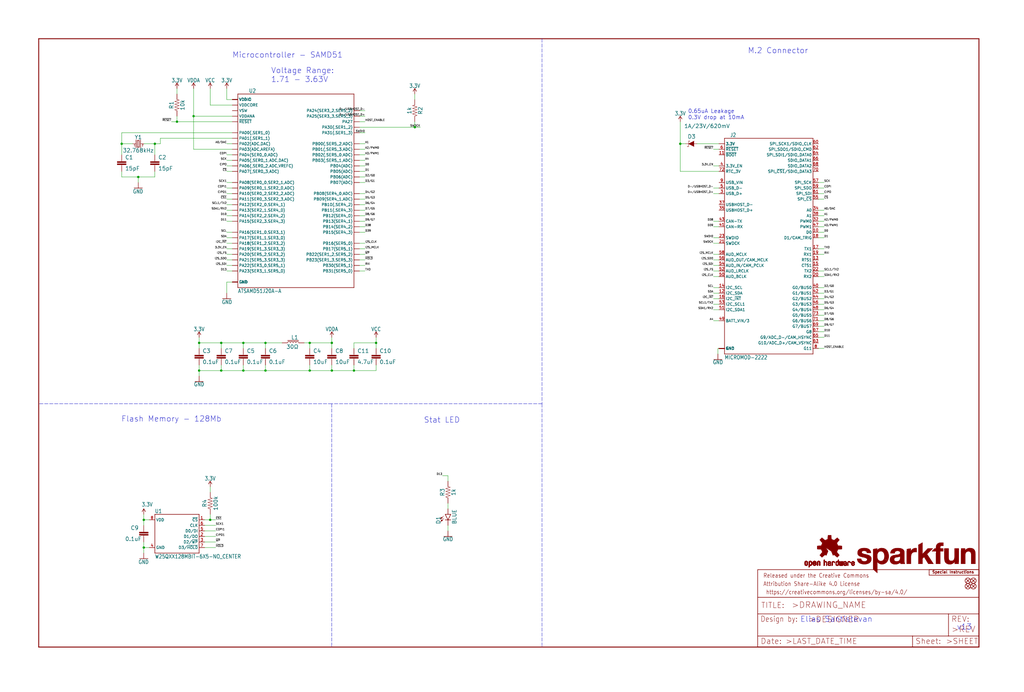
<source format=kicad_sch>
(kicad_sch (version 20211123) (generator eeschema)
  (paper "User" 470.306 317.906)
  (lib_symbols
    (symbol "eagleSchem-eagle-import:0.1UF-0402T-10V-10%-X7R"
      (property "Reference" "C" (at 1.524 2.921 0))
      (property "Value" "0.1UF-0402T-10V-10%-X7R" (at 1.524 -2.159 0))
      (symbol "0.1UF-0402T-10V-10%-X7R_1_0"
        (pin passive line (at 0 5.08 270) (length 2.54) (name "1") (number "1"))
        (pin passive line (at 0 -2.54 90) (length 2.54) (name "2") (number "2"))
      )
    )
    (symbol "eagleSchem-eagle-import:100KOHM-0402T-1{slash}16W-1%"
      (property "Reference" "R" (at 0 1.524 0))
      (property "Value" "100KOHM-0402T-1{slash}16W-1%" (at 0 -1.524 0))
      (symbol "100KOHM-0402T-1{slash}16W-1%_1_0"
        (pin passive line (at -5.08 0 0) (length 2.54) (name "1") (number "1"))
        (pin passive line (at 5.08 0 180) (length 2.54) (name "2") (number "2"))
      )
    )
    (symbol "eagleSchem-eagle-import:10KOHM-0402T-1{slash}16W-1%"
      (property "Reference" "R" (at 0 1.524 0))
      (property "Value" "10KOHM-0402T-1{slash}16W-1%" (at 0 -1.524 0))
      (symbol "10KOHM-0402T-1{slash}16W-1%_1_0"
        (pin passive line (at -5.08 0 0) (length 2.54) (name "1") (number "1"))
        (pin passive line (at 5.08 0 180) (length 2.54) (name "2") (number "2"))
      )
    )
    (symbol "eagleSchem-eagle-import:10UF-0402T-6.3V-20%"
      (property "Reference" "C" (at 1.524 2.921 0))
      (property "Value" "10UF-0402T-6.3V-20%" (at 1.524 -2.159 0))
      (symbol "10UF-0402T-6.3V-20%_1_0"
        (pin passive line (at 0 5.08 270) (length 2.54) (name "1") (number "1"))
        (pin passive line (at 0 -2.54 90) (length 2.54) (name "2") (number "2"))
      )
    )
    (symbol "eagleSchem-eagle-import:15PF-0402T-50V-5%"
      (property "Reference" "C" (at 1.524 2.921 0))
      (property "Value" "15PF-0402T-50V-5%" (at 1.524 -2.159 0))
      (symbol "15PF-0402T-50V-5%_1_0"
        (pin passive line (at 0 5.08 270) (length 2.54) (name "1") (number "1"))
        (pin passive line (at 0 -2.54 90) (length 2.54) (name "2") (number "2"))
      )
    )
    (symbol "eagleSchem-eagle-import:1KOHM-0402T-1{slash}16W-1%"
      (property "Reference" "R" (at 0 1.524 0))
      (property "Value" "1KOHM-0402T-1{slash}16W-1%" (at 0 -1.524 0))
      (symbol "1KOHM-0402T-1{slash}16W-1%_1_0"
        (pin passive line (at -5.08 0 0) (length 2.54) (name "1") (number "1"))
        (pin passive line (at 5.08 0 180) (length 2.54) (name "2") (number "2"))
      )
    )
    (symbol "eagleSchem-eagle-import:3.3V" (power)
      (property "Value" "3.3V" (at 0 2.794 0))
      (symbol "3.3V_1_0"
        (pin power_in line (at 0 0 90) (length 2.54) (name "3.3V") (number "1"))
      )
    )
    (symbol "eagleSchem-eagle-import:4.7UF-0402_TIGHT-6.3V-20%-X5R"
      (property "Reference" "C" (at 1.524 2.921 0))
      (property "Value" "4.7UF-0402_TIGHT-6.3V-20%-X5R" (at 1.524 -2.159 0))
      (symbol "4.7UF-0402_TIGHT-6.3V-20%-X5R_1_0"
        (pin passive line (at 0 5.08 270) (length 2.54) (name "1") (number "1"))
        (pin passive line (at 0 -2.54 90) (length 2.54) (name "2") (number "2"))
      )
    )
    (symbol "eagleSchem-eagle-import:ATSAMD51J20A-A"
      (property "Reference" "U" (at -27.94 41.148 0))
      (property "Value" "ATSAMD51J20A-A" (at -27.94 -50.8 0))
      (symbol "ATSAMD51J20A-A_1_0"
        (text "~" (at 17.78 27.94 0) (effects (font (size 0.508 0.4318)) (justify right)))
        (pin bidirectional line (at -30.48 22.86 0) (length 2.54) (name "PA00(,SER1_0)") (number "1"))
        (pin bidirectional line (at 27.94 0 180) (length 2.54) (name "PB07(ADC)") (number "10"))
        (pin bidirectional line (at 27.94 -5.08 180) (length 2.54) (name "PB08(SER4_0,ADC)") (number "11"))
        (pin bidirectional line (at 27.94 -7.62 180) (length 2.54) (name "PB09(SER4_1,ADC)") (number "12"))
        (pin bidirectional line (at -30.48 12.7 0) (length 2.54) (name "PA04(SER0_0,ADC)") (number "13"))
        (pin bidirectional line (at -30.48 10.16 0) (length 2.54) (name "PA05(,SER0_1,ADC,DAC)") (number "14"))
        (pin bidirectional line (at -30.48 7.62 0) (length 2.54) (name "PA06(,SER0_2,ADC,VREFC)") (number "15"))
        (pin bidirectional line (at -30.48 5.08 0) (length 2.54) (name "PA07(,SER0_3,ADC)") (number "16"))
        (pin bidirectional line (at -30.48 0 0) (length 2.54) (name "PA08(SER0_0,SER2_1,ADC)") (number "17"))
        (pin bidirectional line (at -30.48 -2.54 0) (length 2.54) (name "PA09(SER0_1,SER2_0,ADC)") (number "18"))
        (pin bidirectional line (at -30.48 -5.08 0) (length 2.54) (name "PA10(SER0_2,SER2_2,ADC)") (number "19"))
        (pin bidirectional line (at -30.48 20.32 0) (length 2.54) (name "PA01(,SER1_1)") (number "2"))
        (pin bidirectional line (at -30.48 -7.62 0) (length 2.54) (name "PA11(SER0_3,SER2_3,ADC)") (number "20"))
        (pin bidirectional line (at -30.48 38.1 0) (length 2.54) (name "VDDIO") (number "21"))
        (pin bidirectional line (at -30.48 -45.72 0) (length 2.54) (name "GND") (number "22"))
        (pin bidirectional line (at 27.94 -10.16 180) (length 2.54) (name "PB10(,SER4_2)") (number "23"))
        (pin bidirectional line (at 27.94 -12.7 180) (length 2.54) (name "PB11(,SER4_3)") (number "24"))
        (pin bidirectional line (at 27.94 -15.24 180) (length 2.54) (name "PB12(SER4_0)") (number "25"))
        (pin bidirectional line (at 27.94 -17.78 180) (length 2.54) (name "PB13(SER4_1)") (number "26"))
        (pin bidirectional line (at 27.94 -20.32 180) (length 2.54) (name "PB14(SER4_2)") (number "27"))
        (pin bidirectional line (at 27.94 -22.86 180) (length 2.54) (name "PB15(SER4_3)") (number "28"))
        (pin bidirectional line (at -30.48 -10.16 0) (length 2.54) (name "PA12(SER2_0,SER4_1)") (number "29"))
        (pin bidirectional line (at -30.48 17.78 0) (length 2.54) (name "PA02(ADC,DAC)") (number "3"))
        (pin bidirectional line (at -30.48 -12.7 0) (length 2.54) (name "PA13(SER2_1,SER4_0)") (number "30"))
        (pin bidirectional line (at -30.48 -15.24 0) (length 2.54) (name "PA14(SER2_2,SER4_2)") (number "31"))
        (pin bidirectional line (at -30.48 -17.78 0) (length 2.54) (name "PA15(SER2_3,SER4_3)") (number "32"))
        (pin bidirectional line (at -30.48 -45.72 0) (length 2.54) (name "GND") (number "33"))
        (pin bidirectional line (at -30.48 38.1 0) (length 2.54) (name "VDDIO") (number "34"))
        (pin bidirectional line (at -30.48 -22.86 0) (length 2.54) (name "PA16(SER1_0,SER3_1)") (number "35"))
        (pin bidirectional line (at -30.48 -25.4 0) (length 2.54) (name "PA17(SER1_1,SER3_0)") (number "36"))
        (pin bidirectional line (at -30.48 -27.94 0) (length 2.54) (name "PA18(SER1_2,SER3_2)") (number "37"))
        (pin bidirectional line (at -30.48 -30.48 0) (length 2.54) (name "PA19(SER1_3,SER3_3)") (number "38"))
        (pin bidirectional line (at 27.94 -27.94 180) (length 2.54) (name "PB16(SER5_0)") (number "39"))
        (pin bidirectional line (at -30.48 15.24 0) (length 2.54) (name "PA03(ADC,AREFA)") (number "4"))
        (pin bidirectional line (at 27.94 -30.48 180) (length 2.54) (name "PB17(SER5_1)") (number "40"))
        (pin bidirectional line (at -30.48 -33.02 0) (length 2.54) (name "PA20(SER5_2,SER3_2)") (number "41"))
        (pin bidirectional line (at -30.48 -35.56 0) (length 2.54) (name "PA21(SER5_3,SER3_3)") (number "42"))
        (pin bidirectional line (at -30.48 -38.1 0) (length 2.54) (name "PA22(SER3_0,SER5_1)") (number "43"))
        (pin bidirectional line (at -30.48 -40.64 0) (length 2.54) (name "PA23(SER3_1,SER5_0)") (number "44"))
        (pin bidirectional line (at 27.94 33.02 180) (length 2.54) (name "PA24(SER3_2,SER5_2)") (number "45"))
        (pin bidirectional line (at 27.94 30.48 180) (length 2.54) (name "PA25(SER3_3,SER5_3)") (number "46"))
        (pin bidirectional line (at -30.48 -45.72 0) (length 2.54) (name "GND") (number "47"))
        (pin bidirectional line (at -30.48 38.1 0) (length 2.54) (name "VDDIO") (number "48"))
        (pin bidirectional line (at 27.94 -33.02 180) (length 2.54) (name "PB22(SER1_2,SER5_2)") (number "49"))
        (pin bidirectional line (at 27.94 7.62 180) (length 2.54) (name "PB04(ADC)") (number "5"))
        (pin bidirectional line (at 27.94 -35.56 180) (length 2.54) (name "PB23(SER1_3,SER5_3)") (number "50"))
        (pin bidirectional line (at 27.94 27.94 180) (length 2.54) (name "PA27") (number "51"))
        (pin bidirectional line (at -30.48 27.94 0) (length 2.54) (name "~{RESET}") (number "52"))
        (pin bidirectional line (at -30.48 35.56 0) (length 2.54) (name "VDDCORE") (number "53"))
        (pin bidirectional line (at -30.48 -45.72 0) (length 2.54) (name "GND") (number "54"))
        (pin bidirectional line (at -30.48 33.02 0) (length 2.54) (name "VSW") (number "55"))
        (pin bidirectional line (at -30.48 38.1 0) (length 2.54) (name "VDDIO") (number "56"))
        (pin bidirectional line (at 27.94 25.4 180) (length 2.54) (name "PA30(,SER1_2)") (number "57"))
        (pin bidirectional line (at 27.94 22.86 180) (length 2.54) (name "PA31(,SER1_3)") (number "58"))
        (pin bidirectional line (at 27.94 -38.1 180) (length 2.54) (name "PB30(SER5_1)") (number "59"))
        (pin bidirectional line (at 27.94 5.08 180) (length 2.54) (name "PB05(ADC)") (number "6"))
        (pin bidirectional line (at 27.94 -40.64 180) (length 2.54) (name "PB31(SER5_0)") (number "60"))
        (pin bidirectional line (at 27.94 17.78 180) (length 2.54) (name "PB00(,SER5_2,ADC)") (number "61"))
        (pin bidirectional line (at 27.94 15.24 180) (length 2.54) (name "PB01(,SER5_3,ADC)") (number "62"))
        (pin bidirectional line (at 27.94 12.7 180) (length 2.54) (name "PB02(,SER5_0,ADC)") (number "63"))
        (pin bidirectional line (at 27.94 10.16 180) (length 2.54) (name "PB03(,SER5_1,ADC)") (number "64"))
        (pin bidirectional line (at -30.48 -45.72 0) (length 2.54) (name "GND") (number "7"))
        (pin bidirectional line (at -30.48 30.48 0) (length 2.54) (name "VDDANA") (number "8"))
        (pin bidirectional line (at 27.94 2.54 180) (length 2.54) (name "PB06(ADC)") (number "9"))
      )
    )
    (symbol "eagleSchem-eagle-import:CRYSTAL-32.768KHZSMD-3.2X1.5"
      (property "Reference" "Y" (at 0 2.032 0))
      (property "Value" "CRYSTAL-32.768KHZSMD-3.2X1.5" (at 0 -2.032 0))
      (symbol "CRYSTAL-32.768KHZSMD-3.2X1.5_1_0"
        (text "1" (at -2.159 -1.143 0) (effects (font (size 0.8636 0.734)) (justify left bottom)))
        (text "2" (at 1.524 -1.143 0) (effects (font (size 0.8636 0.734)) (justify left bottom)))
        (pin passive line (at -2.54 0 0) (length 0) (name "1") (number "P$1"))
        (pin passive line (at 2.54 0 180) (length 0) (name "2") (number "P$2"))
      )
    )
    (symbol "eagleSchem-eagle-import:DIODE-SCHOTTKY-BAT20J"
      (property "Reference" "D" (at -2.54 2.032 0))
      (property "Value" "DIODE-SCHOTTKY-BAT20J" (at -2.54 -2.032 0))
      (symbol "DIODE-SCHOTTKY-BAT20J_1_0"
        (pin passive line (at -2.54 0 0) (length 0) (name "A") (number "A"))
        (pin passive line (at 2.54 0 180) (length 0) (name "C") (number "C"))
      )
    )
    (symbol "eagleSchem-eagle-import:FERRITE_BEAD-0402-30Ω-100MHZ"
      (property "Reference" "FB" (at 1.27 2.54 0))
      (property "Value" "FERRITE_BEAD-0402-30Ω-100MHZ" (at 1.27 -2.54 0))
      (symbol "FERRITE_BEAD-0402-30Ω-100MHZ_1_0"
        (pin passive line (at 0 5.08 270) (length 2.54) (name "1") (number "1"))
        (pin passive line (at 0 -5.08 90) (length 2.54) (name "2") (number "2"))
      )
    )
    (symbol "eagleSchem-eagle-import:FIDUCIALUFIDUCIAL")
    (symbol "eagleSchem-eagle-import:FRAME-LEDGER"
      (symbol "FRAME-LEDGER_2_0"
        (text " https://creativecommons.org/licenses/by-sa/4.0/" (at 2.54 24.13 0) (effects (font (size 1.9304 1.6408)) (justify left bottom)))
        (text ">DESIGNER" (at 23.114 11.176 0) (effects (font (size 2.7432 2.7432)) (justify left bottom)))
        (text ">DRAWING_NAME" (at 15.494 17.78 0) (effects (font (size 2.7432 2.7432)) (justify left bottom)))
        (text ">LAST_DATE_TIME" (at 12.7 1.27 0) (effects (font (size 2.54 2.54)) (justify left bottom)))
        (text ">REV" (at 88.9 6.604 0) (effects (font (size 2.7432 2.7432)) (justify left bottom)))
        (text ">SHEET" (at 86.36 1.27 0) (effects (font (size 2.54 2.54)) (justify left bottom)))
        (text "Attribution Share-Alike 4.0 License" (at 2.54 27.94 0) (effects (font (size 1.9304 1.6408)) (justify left bottom)))
        (text "Date:" (at 1.27 1.27 0) (effects (font (size 2.54 2.54)) (justify left bottom)))
        (text "Design by:" (at 1.27 11.43 0) (effects (font (size 2.54 2.159)) (justify left bottom)))
        (text "Released under the Creative Commons" (at 2.54 31.75 0) (effects (font (size 1.9304 1.6408)) (justify left bottom)))
        (text "REV:" (at 88.9 11.43 0) (effects (font (size 2.54 2.54)) (justify left bottom)))
        (text "Sheet:" (at 72.39 1.27 0) (effects (font (size 2.54 2.54)) (justify left bottom)))
        (text "TITLE:" (at 1.524 17.78 0) (effects (font (size 2.54 2.54)) (justify left bottom)))
      )
    )
    (symbol "eagleSchem-eagle-import:GND" (power)
      (property "Value" "GND" (at 0 -0.254 0))
      (symbol "GND_1_0"
        (pin power_in line (at 0 2.54 270) (length 2.54) (name "GND") (number "1"))
      )
    )
    (symbol "eagleSchem-eagle-import:LED-BLUE0603"
      (property "Reference" "D" (at -3.429 -4.572 90))
      (property "Value" "LED-BLUE0603" (at 1.905 -4.572 90))
      (symbol "LED-BLUE0603_1_0"
        (pin passive line (at 0 2.54 270) (length 2.54) (name "A") (number "A"))
        (pin passive line (at 0 -5.08 90) (length 2.54) (name "C") (number "C"))
      )
    )
    (symbol "eagleSchem-eagle-import:MICROMOD-2222"
      (property "Reference" "J" (at -20.32 53.848 0))
      (property "Value" "MICROMOD-2222" (at -20.32 -48.26 0))
      (symbol "MICROMOD-2222_1_0"
        (pin bidirectional line (at -22.86 -43.18 0) (length 2.54) (name "GND") (number "1"))
        (pin bidirectional line (at 22.86 10.16 180) (length 2.54) (name "D0") (number "10"))
        (pin bidirectional line (at -22.86 45.72 0) (length 2.54) (name "~{BOOT}") (number "11"))
        (pin bidirectional line (at -22.86 -17.78 0) (length 2.54) (name "I2C_SDA") (number "12"))
        (pin bidirectional line (at 22.86 -2.54 180) (length 2.54) (name "RTS1") (number "13"))
        (pin bidirectional line (at -22.86 -15.24 0) (length 2.54) (name "I2C_SCL") (number "14"))
        (pin bidirectional line (at 22.86 -5.08 180) (length 2.54) (name "CTS1") (number "15"))
        (pin bidirectional line (at -22.86 -20.32 0) (length 2.54) (name "I2C_~{INT}") (number "16"))
        (pin bidirectional line (at 22.86 2.54 180) (length 2.54) (name "TX1") (number "17"))
        (pin bidirectional line (at 22.86 7.62 180) (length 2.54) (name "D1/CAM_TRIG") (number "18"))
        (pin bidirectional line (at 22.86 0 180) (length 2.54) (name "RX1") (number "19"))
        (pin bidirectional line (at -22.86 50.8 0) (length 2.54) (name "3.3V") (number "2"))
        (pin bidirectional line (at 22.86 -10.16 180) (length 2.54) (name "RX2") (number "20"))
        (pin bidirectional line (at -22.86 5.08 0) (length 2.54) (name "SWDCK") (number "21"))
        (pin bidirectional line (at 22.86 -7.62 180) (length 2.54) (name "TX2") (number "22"))
        (pin bidirectional line (at -22.86 7.62 0) (length 2.54) (name "SWDIO") (number "23"))
        (pin bidirectional line (at -22.86 27.94 0) (length 2.54) (name "USB_D+") (number "3"))
        (pin bidirectional line (at 22.86 15.24 180) (length 2.54) (name "PWM0") (number "32"))
        (pin bidirectional line (at -22.86 -43.18 0) (length 2.54) (name "GND") (number "33"))
        (pin bidirectional line (at 22.86 20.32 180) (length 2.54) (name "A0") (number "34"))
        (pin bidirectional line (at -22.86 20.32 0) (length 2.54) (name "USBHOST_D+") (number "35"))
        (pin bidirectional line (at -22.86 -43.18 0) (length 2.54) (name "GND") (number "36"))
        (pin bidirectional line (at -22.86 22.86 0) (length 2.54) (name "USBHOST_D-") (number "37"))
        (pin bidirectional line (at 22.86 17.78 180) (length 2.54) (name "A1") (number "38"))
        (pin bidirectional line (at -22.86 -43.18 0) (length 2.54) (name "GND") (number "39"))
        (pin bidirectional line (at -22.86 40.64 0) (length 2.54) (name "3.3V_EN") (number "4"))
        (pin bidirectional line (at 22.86 -15.24 180) (length 2.54) (name "G0/BUS0") (number "40"))
        (pin bidirectional line (at -22.86 12.7 0) (length 2.54) (name "CAN-RX") (number "41"))
        (pin bidirectional line (at 22.86 -17.78 180) (length 2.54) (name "G1/BUS1") (number "42"))
        (pin bidirectional line (at -22.86 15.24 0) (length 2.54) (name "CAN-TX") (number "43"))
        (pin bidirectional line (at 22.86 -20.32 180) (length 2.54) (name "G2/BUS2") (number "44"))
        (pin bidirectional line (at -22.86 -43.18 0) (length 2.54) (name "GND") (number "45"))
        (pin bidirectional line (at 22.86 -22.86 180) (length 2.54) (name "G3/BUS3") (number "46"))
        (pin bidirectional line (at 22.86 12.7 180) (length 2.54) (name "PWM1") (number "47"))
        (pin bidirectional line (at 22.86 -25.4 180) (length 2.54) (name "G4/BUS4") (number "48"))
        (pin bidirectional line (at -22.86 -30.48 0) (length 2.54) (name "BATT_VIN/3") (number "49"))
        (pin bidirectional line (at -22.86 30.48 0) (length 2.54) (name "USB_D-") (number "5"))
        (pin bidirectional line (at -22.86 -10.16 0) (length 2.54) (name "AUD_BCLK") (number "50"))
        (pin bidirectional line (at -22.86 -25.4 0) (length 2.54) (name "I2C_SDA1") (number "51"))
        (pin bidirectional line (at -22.86 -7.62 0) (length 2.54) (name "AUD_LRCLK") (number "52"))
        (pin bidirectional line (at -22.86 -22.86 0) (length 2.54) (name "I2C_SCL1") (number "53"))
        (pin bidirectional line (at -22.86 -5.08 0) (length 2.54) (name "AUD_IN/CAM_PCLK") (number "54"))
        (pin bidirectional line (at 22.86 25.4 180) (length 2.54) (name "SPI_~{CS}") (number "55"))
        (pin bidirectional line (at -22.86 -2.54 0) (length 2.54) (name "AUD_OUT/CAM_MCLK") (number "56"))
        (pin bidirectional line (at 22.86 33.02 180) (length 2.54) (name "SPI_SCK") (number "57"))
        (pin bidirectional line (at -22.86 0 0) (length 2.54) (name "AUD_MCLK") (number "58"))
        (pin bidirectional line (at 22.86 30.48 180) (length 2.54) (name "SPI_SDO") (number "59"))
        (pin bidirectional line (at -22.86 48.26 0) (length 2.54) (name "~{RESET}") (number "6"))
        (pin bidirectional line (at 22.86 50.8 180) (length 2.54) (name "SPI_SCK1/SDIO_CLK") (number "60"))
        (pin bidirectional line (at 22.86 27.94 180) (length 2.54) (name "SPI_SDI") (number "61"))
        (pin bidirectional line (at 22.86 48.26 180) (length 2.54) (name "SPI_SDO1/SDIO_CMD") (number "62"))
        (pin bidirectional line (at 22.86 -40.64 180) (length 2.54) (name "G10/ADC_D+/CAM_VSYNC") (number "63"))
        (pin bidirectional line (at 22.86 45.72 180) (length 2.54) (name "SPI_SDI1/SDIO_DATA0") (number "64"))
        (pin bidirectional line (at 22.86 -38.1 180) (length 2.54) (name "G9/ADC_D-/CAM_HSYNC") (number "65"))
        (pin bidirectional line (at 22.86 43.18 180) (length 2.54) (name "SDIO_DATA1") (number "66"))
        (pin bidirectional line (at 22.86 -35.56 180) (length 2.54) (name "G8") (number "67"))
        (pin bidirectional line (at 22.86 40.64 180) (length 2.54) (name "SDIO_DATA2") (number "68"))
        (pin bidirectional line (at 22.86 -33.02 180) (length 2.54) (name "G7/BUS7") (number "69"))
        (pin bidirectional line (at -22.86 -43.18 0) (length 2.54) (name "GND") (number "7"))
        (pin bidirectional line (at 22.86 38.1 180) (length 2.54) (name "SPI_~{CS1}/SDIO_DATA3") (number "70"))
        (pin bidirectional line (at 22.86 -30.48 180) (length 2.54) (name "G6/BUS6") (number "71"))
        (pin bidirectional line (at -22.86 38.1 0) (length 2.54) (name "RTC_3V") (number "72"))
        (pin bidirectional line (at 22.86 -27.94 180) (length 2.54) (name "G5/BUS5") (number "73"))
        (pin bidirectional line (at -22.86 50.8 0) (length 2.54) (name "3.3V") (number "74"))
        (pin bidirectional line (at -22.86 -43.18 0) (length 2.54) (name "GND") (number "75"))
        (pin bidirectional line (at 22.86 -43.18 180) (length 2.54) (name "G11") (number "8"))
        (pin bidirectional line (at -22.86 33.02 0) (length 2.54) (name "USB_VIN") (number "9"))
        (pin bidirectional line (at -22.86 -43.18 0) (length 2.54) (name "GND") (number "GND1"))
        (pin bidirectional line (at -22.86 -43.18 0) (length 2.54) (name "GND") (number "GND2"))
        (pin bidirectional line (at -22.86 -43.18 0) (length 2.54) (name "GND") (number "GND3"))
      )
    )
    (symbol "eagleSchem-eagle-import:OSHW-LOGOMINI")
    (symbol "eagleSchem-eagle-import:SFE_LOGO_NAME.1_INCH")
    (symbol "eagleSchem-eagle-import:SPECIAL_INSTRUCTIONS-ORDERING"
      (symbol "SPECIAL_INSTRUCTIONS-ORDERING_1_0"
        (text "Special Instructions" (at 1.27 0.6985 0) (effects (font (size 1.27 1.27) (thickness 0.254) bold) (justify left bottom)))
      )
    )
    (symbol "eagleSchem-eagle-import:VCC" (power)
      (property "Value" "VCC" (at 0 2.794 0))
      (symbol "VCC_1_0"
        (pin power_in line (at 0 0 90) (length 2.54) (name "VCC") (number "1"))
      )
    )
    (symbol "eagleSchem-eagle-import:VDDA" (power)
      (property "Value" "VDDA" (at 0 2.794 0))
      (symbol "VDDA_1_0"
        (pin power_in line (at 0 0 90) (length 2.54) (name "VDDA") (number "1"))
      )
    )
    (symbol "eagleSchem-eagle-import:W25QXX128MBIT-6X5-NO_CENTER"
      (property "Reference" "U" (at -10.16 8.128 0))
      (property "Value" "W25QXX128MBIT-6X5-NO_CENTER" (at -10.16 -12.7 0))
      (symbol "W25QXX128MBIT-6X5-NO_CENTER_1_0"
        (pin bidirectional line (at 12.7 5.08 180) (length 2.54) (name "~{CS}") (number "1"))
        (pin bidirectional line (at 12.7 -2.54 180) (length 2.54) (name "D1/DO") (number "2"))
        (pin bidirectional line (at 12.7 -5.08 180) (length 2.54) (name "D2/~{WP}") (number "3"))
        (pin bidirectional line (at -12.7 -7.62 0) (length 2.54) (name "GND") (number "4"))
        (pin bidirectional line (at 12.7 0 180) (length 2.54) (name "D0/DI") (number "5"))
        (pin bidirectional line (at 12.7 2.54 180) (length 2.54) (name "CLK") (number "6"))
        (pin bidirectional line (at 12.7 -7.62 180) (length 2.54) (name "D3/~{HOLD}") (number "7"))
        (pin bidirectional line (at -12.7 5.08 0) (length 2.54) (name "VDD") (number "8"))
      )
    )
  )
  (junction (at 66.04 238.76))
  (junction (at 88.9 53.34))
  (junction (at 101.6 170.18))
  (junction (at 71.12 66.04))
  (junction (at 91.44 157.48))
  (junction (at 111.76 157.48))
  (junction (at 152.4 157.48))
  (junction (at 142.24 157.48))
  (junction (at 81.28 55.88))
  (junction (at 111.76 170.18))
  (junction (at 172.72 157.48))
  (junction (at 121.92 157.48))
  (junction (at 142.24 170.18))
  (junction (at 190.5 58.42))
  (junction (at 101.6 157.48))
  (junction (at 66.04 251.46))
  (junction (at 55.88 66.04))
  (junction (at 162.56 170.18))
  (junction (at 152.4 170.18))
  (junction (at 96.52 238.76))
  (junction (at 63.5 81.28))
  (junction (at 312.42 66.04))
  (junction (at 91.44 170.18))
  (junction (at 121.92 170.18))
  (wire (pts (xy 172.72 157.48) (xy 172.72 154.94)))
  (wire (pts (xy 106.68 93.98) (xy 104.14 93.98)))
  (polyline (pts (xy 248.92 185.42) (xy 248.92 297.18)))
  (wire (pts (xy 165.1 121.92) (xy 167.64 121.92)))
  (wire (pts (xy 55.88 71.12) (xy 55.88 66.04)))
  (wire (pts (xy 93.98 241.3) (xy 99.06 241.3)))
  (wire (pts (xy 330.2 78.74) (xy 312.42 78.74)))
  (wire (pts (xy 375.92 132.08) (xy 378.46 132.08)))
  (wire (pts (xy 330.2 88.9) (xy 327.66 88.9)))
  (wire (pts (xy 330.2 142.24) (xy 327.66 142.24)))
  (wire (pts (xy 165.1 91.44) (xy 167.64 91.44)))
  (wire (pts (xy 330.2 119.38) (xy 327.66 119.38)))
  (wire (pts (xy 106.68 96.52) (xy 104.14 96.52)))
  (wire (pts (xy 375.92 99.06) (xy 378.46 99.06)))
  (wire (pts (xy 165.1 71.12) (xy 167.64 71.12)))
  (wire (pts (xy 93.98 246.38) (xy 99.06 246.38)))
  (wire (pts (xy 106.68 45.72) (xy 104.14 45.72)))
  (wire (pts (xy 129.54 157.48) (xy 121.92 157.48)))
  (wire (pts (xy 375.92 152.4) (xy 378.46 152.4)))
  (wire (pts (xy 375.92 144.78) (xy 378.46 144.78)))
  (wire (pts (xy 375.92 106.68) (xy 378.46 106.68)))
  (wire (pts (xy 375.92 83.82) (xy 378.46 83.82)))
  (wire (pts (xy 330.2 104.14) (xy 327.66 104.14)))
  (wire (pts (xy 106.68 88.9) (xy 104.14 88.9)))
  (wire (pts (xy 142.24 160.02) (xy 142.24 157.48)))
  (wire (pts (xy 111.76 160.02) (xy 111.76 157.48)))
  (wire (pts (xy 330.2 139.7) (xy 327.66 139.7)))
  (wire (pts (xy 162.56 167.64) (xy 162.56 170.18)))
  (wire (pts (xy 330.2 68.58) (xy 327.66 68.58)))
  (wire (pts (xy 375.92 160.02) (xy 378.46 160.02)))
  (wire (pts (xy 106.68 86.36) (xy 104.14 86.36)))
  (wire (pts (xy 205.74 231.14) (xy 205.74 233.68)))
  (wire (pts (xy 165.1 78.74) (xy 167.64 78.74)))
  (wire (pts (xy 314.96 66.04) (xy 312.42 66.04)))
  (wire (pts (xy 190.5 58.42) (xy 193.04 58.42)))
  (wire (pts (xy 106.68 78.74) (xy 104.14 78.74)))
  (wire (pts (xy 375.92 139.7) (xy 378.46 139.7)))
  (wire (pts (xy 101.6 167.64) (xy 101.6 170.18)))
  (wire (pts (xy 330.2 134.62) (xy 327.66 134.62)))
  (wire (pts (xy 68.58 238.76) (xy 66.04 238.76)))
  (wire (pts (xy 66.04 238.76) (xy 66.04 236.22)))
  (wire (pts (xy 66.04 241.3) (xy 66.04 238.76)))
  (wire (pts (xy 104.14 124.46) (xy 106.68 124.46)))
  (wire (pts (xy 330.2 121.92) (xy 327.66 121.92)))
  (wire (pts (xy 375.92 149.86) (xy 378.46 149.86)))
  (polyline (pts (xy 152.4 185.42) (xy 17.78 185.42)))
  (wire (pts (xy 101.6 170.18) (xy 91.44 170.18)))
  (wire (pts (xy 63.5 81.28) (xy 63.5 83.82)))
  (wire (pts (xy 375.92 137.16) (xy 378.46 137.16)))
  (wire (pts (xy 327.66 137.16) (xy 330.2 137.16)))
  (wire (pts (xy 121.92 157.48) (xy 111.76 157.48)))
  (wire (pts (xy 106.68 106.68) (xy 104.14 106.68)))
  (wire (pts (xy 104.14 129.54) (xy 106.68 129.54)))
  (wire (pts (xy 55.88 78.74) (xy 55.88 81.28)))
  (wire (pts (xy 68.58 251.46) (xy 66.04 251.46)))
  (wire (pts (xy 111.76 157.48) (xy 101.6 157.48)))
  (wire (pts (xy 81.28 55.88) (xy 81.28 53.34)))
  (wire (pts (xy 96.52 226.06) (xy 96.52 223.52)))
  (wire (pts (xy 375.92 127) (xy 378.46 127)))
  (wire (pts (xy 106.68 55.88) (xy 81.28 55.88)))
  (wire (pts (xy 142.24 157.48) (xy 152.4 157.48)))
  (wire (pts (xy 55.88 66.04) (xy 55.88 60.96)))
  (wire (pts (xy 330.2 109.22) (xy 327.66 109.22)))
  (wire (pts (xy 106.68 71.12) (xy 104.14 71.12)))
  (wire (pts (xy 165.1 76.2) (xy 167.64 76.2)))
  (wire (pts (xy 91.44 160.02) (xy 91.44 157.48)))
  (wire (pts (xy 91.44 170.18) (xy 91.44 172.72)))
  (wire (pts (xy 106.68 63.5) (xy 73.66 63.5)))
  (wire (pts (xy 55.88 81.28) (xy 63.5 81.28)))
  (wire (pts (xy 106.68 116.84) (xy 104.14 116.84)))
  (wire (pts (xy 165.1 83.82) (xy 167.64 83.82)))
  (wire (pts (xy 165.1 55.88) (xy 167.64 55.88)))
  (wire (pts (xy 152.4 170.18) (xy 142.24 170.18)))
  (wire (pts (xy 165.1 104.14) (xy 167.64 104.14)))
  (wire (pts (xy 106.68 68.58) (xy 88.9 68.58)))
  (wire (pts (xy 106.68 83.82) (xy 104.14 83.82)))
  (wire (pts (xy 106.68 53.34) (xy 88.9 53.34)))
  (wire (pts (xy 375.92 96.52) (xy 378.46 96.52)))
  (wire (pts (xy 121.92 167.64) (xy 121.92 170.18)))
  (wire (pts (xy 165.1 106.68) (xy 167.64 106.68)))
  (wire (pts (xy 104.14 134.62) (xy 104.14 129.54)))
  (wire (pts (xy 106.68 119.38) (xy 104.14 119.38)))
  (wire (pts (xy 330.2 86.36) (xy 327.66 86.36)))
  (wire (pts (xy 63.5 81.28) (xy 71.12 81.28)))
  (wire (pts (xy 312.42 66.04) (xy 312.42 55.88)))
  (wire (pts (xy 93.98 251.46) (xy 99.06 251.46)))
  (wire (pts (xy 165.1 73.66) (xy 167.64 73.66)))
  (polyline (pts (xy 248.92 185.42) (xy 152.4 185.42)))
  (wire (pts (xy 165.1 88.9) (xy 167.64 88.9)))
  (wire (pts (xy 375.92 147.32) (xy 378.46 147.32)))
  (wire (pts (xy 329.714 160.036) (xy 329.714 162.576)))
  (wire (pts (xy 190.5 58.42) (xy 190.5 55.88)))
  (wire (pts (xy 375.92 154.94) (xy 378.46 154.94)))
  (wire (pts (xy 96.52 236.22) (xy 96.52 238.76)))
  (wire (pts (xy 142.24 167.64) (xy 142.24 170.18)))
  (wire (pts (xy 106.68 60.96) (xy 55.88 60.96)))
  (wire (pts (xy 330.2 111.76) (xy 327.66 111.76)))
  (wire (pts (xy 375.92 104.14) (xy 378.46 104.14)))
  (wire (pts (xy 162.56 170.18) (xy 152.4 170.18)))
  (wire (pts (xy 106.68 109.22) (xy 104.14 109.22)))
  (wire (pts (xy 104.14 101.6) (xy 106.68 101.6)))
  (wire (pts (xy 375.92 114.3) (xy 378.46 114.3)))
  (wire (pts (xy 96.52 48.26) (xy 96.52 40.64)))
  (polyline (pts (xy 248.92 17.78) (xy 248.92 185.42)))
  (wire (pts (xy 165.1 93.98) (xy 167.64 93.98)))
  (wire (pts (xy 165.1 68.58) (xy 167.64 68.58)))
  (wire (pts (xy 96.52 238.76) (xy 99.06 238.76)))
  (wire (pts (xy 55.88 66.04) (xy 60.96 66.04)))
  (wire (pts (xy 71.12 66.04) (xy 66.04 66.04)))
  (wire (pts (xy 93.98 238.76) (xy 96.52 238.76)))
  (wire (pts (xy 104.14 111.76) (xy 106.68 111.76)))
  (wire (pts (xy 167.64 99.06) (xy 165.1 99.06)))
  (wire (pts (xy 375.92 101.6) (xy 378.46 101.6)))
  (wire (pts (xy 71.12 81.28) (xy 71.12 78.74)))
  (wire (pts (xy 330.2 147.32) (xy 327.66 147.32)))
  (wire (pts (xy 320.04 66.04) (xy 330.2 66.04)))
  (polyline (pts (xy 152.4 185.42) (xy 152.4 297.18)))
  (wire (pts (xy 106.68 76.2) (xy 104.14 76.2)))
  (wire (pts (xy 190.5 45.72) (xy 190.5 43.18)))
  (wire (pts (xy 88.9 68.58) (xy 88.9 53.34)))
  (wire (pts (xy 172.72 167.64) (xy 172.72 170.18)))
  (wire (pts (xy 375.92 124.46) (xy 378.46 124.46)))
  (wire (pts (xy 81.28 55.88) (xy 78.74 55.88)))
  (wire (pts (xy 205.74 220.98) (xy 205.74 218.44)))
  (wire (pts (xy 330.2 76.2) (xy 327.66 76.2)))
  (wire (pts (xy 152.4 167.64) (xy 152.4 170.18)))
  (wire (pts (xy 93.98 248.92) (xy 99.06 248.92)))
  (wire (pts (xy 165.1 60.96) (xy 167.64 60.96)))
  (wire (pts (xy 375.92 134.62) (xy 378.46 134.62)))
  (wire (pts (xy 375.92 109.22) (xy 378.46 109.22)))
  (wire (pts (xy 152.4 160.02) (xy 152.4 157.48)))
  (wire (pts (xy 101.6 157.48) (xy 91.44 157.48)))
  (wire (pts (xy 165.1 119.38) (xy 167.64 119.38)))
  (wire (pts (xy 66.04 251.46) (xy 66.04 254)))
  (wire (pts (xy 330.2 160.02) (xy 329.714 160.036)))
  (wire (pts (xy 165.1 66.04) (xy 167.64 66.04)))
  (wire (pts (xy 104.14 114.3) (xy 106.68 114.3)))
  (wire (pts (xy 111.76 170.18) (xy 101.6 170.18)))
  (wire (pts (xy 165.1 114.3) (xy 167.64 114.3)))
  (wire (pts (xy 165.1 53.34) (xy 167.64 53.34)))
  (wire (pts (xy 375.92 142.24) (xy 378.46 142.24)))
  (wire (pts (xy 165.1 96.52) (xy 167.64 96.52)))
  (wire (pts (xy 104.14 99.06) (xy 106.68 99.06)))
  (wire (pts (xy 106.68 121.92) (xy 104.14 121.92)))
  (wire (pts (xy 121.92 170.18) (xy 111.76 170.18)))
  (wire (pts (xy 172.72 160.02) (xy 172.72 157.48)))
  (wire (pts (xy 101.6 160.02) (xy 101.6 157.48)))
  (wire (pts (xy 330.2 132.08) (xy 327.66 132.08)))
  (wire (pts (xy 93.98 243.84) (xy 99.06 243.84)))
  (wire (pts (xy 312.42 78.74) (xy 312.42 66.04)))
  (wire (pts (xy 172.72 170.18) (xy 162.56 170.18)))
  (wire (pts (xy 106.68 66.04) (xy 104.14 66.04)))
  (wire (pts (xy 106.68 91.44) (xy 104.14 91.44)))
  (wire (pts (xy 91.44 167.64) (xy 91.44 170.18)))
  (wire (pts (xy 66.04 248.92) (xy 66.04 251.46)))
  (wire (pts (xy 165.1 58.42) (xy 190.5 58.42)))
  (wire (pts (xy 205.74 218.44) (xy 203.2 218.44)))
  (wire (pts (xy 330.2 101.6) (xy 327.66 101.6)))
  (wire (pts (xy 106.68 73.66) (xy 104.14 73.66)))
  (wire (pts (xy 111.76 167.64) (xy 111.76 170.18)))
  (wire (pts (xy 165.1 116.84) (xy 167.64 116.84)))
  (wire (pts (xy 375.92 91.44) (xy 378.46 91.44)))
  (wire (pts (xy 81.28 40.64) (xy 81.28 43.18)))
  (wire (pts (xy 165.1 81.28) (xy 167.64 81.28)))
  (wire (pts (xy 73.66 63.5) (xy 73.66 66.04)))
  (wire (pts (xy 88.9 53.34) (xy 88.9 40.64)))
  (wire (pts (xy 330.2 127) (xy 327.66 127)))
  (wire (pts (xy 71.12 66.04) (xy 73.66 66.04)))
  (wire (pts (xy 162.56 160.02) (xy 162.56 157.48)))
  (wire (pts (xy 165.1 101.6) (xy 167.64 101.6)))
  (wire (pts (xy 165.1 111.76) (xy 167.64 111.76)))
  (wire (pts (xy 327.66 116.84) (xy 330.2 116.84)))
  (wire (pts (xy 106.68 48.26) (xy 96.52 48.26)))
  (wire (pts (xy 142.24 170.18) (xy 121.92 170.18)))
  (wire (pts (xy 375.92 116.84) (xy 378.46 116.84)))
  (wire (pts (xy 375.92 88.9) (xy 378.46 88.9)))
  (wire (pts (xy 152.4 157.48) (xy 152.4 154.94)))
  (wire (pts (xy 375.92 86.36) (xy 378.46 86.36)))
  (wire (pts (xy 139.7 157.48) (xy 142.24 157.48)))
  (wire (pts (xy 165.1 124.46) (xy 167.64 124.46)))
  (wire (pts (xy 330.2 124.46) (xy 327.66 124.46)))
  (wire (pts (xy 104.14 45.72) (xy 104.14 40.64)))
  (wire (pts (xy 91.44 157.48) (xy 91.44 154.94)))
  (wire (pts (xy 71.12 71.12) (xy 71.12 66.04)))
  (wire (pts (xy 165.1 50.8) (xy 167.64 50.8)))
  (wire (pts (xy 121.92 160.02) (xy 121.92 157.48)))
  (wire (pts (xy 162.56 157.48) (xy 172.72 157.48)))
  (wire (pts (xy 205.74 243.84) (xy 205.74 241.3)))
  (text "0.65uA Leakage\n0.3V drop at 10mA" (at 315.976 55.118 180) (effects (font (size 1.778 1.778)) (justify left bottom)))
  (text "v13" (at 439.42 289.56 180) (effects (font (size 2.54 2.54)) (justify left bottom)))
  (text "Voltage Range:\n1.71 - 3.63V" (at 124.46 38.1 180) (effects (font (size 2.54 2.54)) (justify left bottom)))
  (text "Flash Memory - 128Mb" (at 78.74 192.532 180) (effects (font (size 2.54 2.54))))
  (text "Stat LED" (at 202.946 193.04 180) (effects (font (size 2.54 2.54))))
  (text "M.2 Connector" (at 357.32 23.4 180) (effects (font (size 2.54 2.54))))
  (text "Elias Santistevan" (at 367.538 286.004 180) (effects (font (size 2.54 2.54)) (justify left bottom)))
  (text "Microcontroller - SAMD51" (at 132.08 25.4 180) (effects (font (size 2.54 2.54))))
  (label "A2/PWM0" (at 167.64 68.58 0) (effects (font (size 0.889 0.889))))
  (label "~{HOLD}" (at 167.64 119.38 0) (effects (font (size 0.889 0.889))))
  (label "SDA1/RX2" (at 327.66 142.24 180) (effects (font (size 0.889 0.889))))
  (label "RXI" (at 378.46 116.84 0) (effects (font (size 0.889 0.889))))
  (label "D-/USBHOST_D-" (at 167.64 50.8 180) (effects (font (size 0.889 0.889))))
  (label "D5/G3" (at 167.64 91.44 0) (effects (font (size 0.889 0.889))))
  (label "I2S_SDO" (at 104.14 119.38 180) (effects (font (size 0.889 0.889))))
  (label "D7/G5" (at 378.46 144.78 0) (effects (font (size 0.889 0.889))))
  (label "A4" (at 167.64 73.66 0) (effects (font (size 0.889 0.889))))
  (label "D1" (at 167.64 78.74 0) (effects (font (size 0.889 0.889))))
  (label "~{CS}" (at 104.14 78.74 180) (effects (font (size 0.889 0.889))))
  (label "CIPO1" (at 104.14 88.9 180) (effects (font (size 0.889 0.889))))
  (label "D1" (at 378.46 109.22 0) (effects (font (size 0.889 0.889))))
  (label "D8/G6" (at 378.46 147.32 0) (effects (font (size 0.889 0.889))))
  (label "3.3V_EN" (at 327.66 76.2 180) (effects (font (size 0.889 0.889))))
  (label "HOST_ENABLE" (at 378.46 160.02 0) (effects (font (size 0.889 0.889))))
  (label "A4" (at 327.66 147.32 180) (effects (font (size 0.889 0.889))))
  (label "A1" (at 378.46 99.06 0) (effects (font (size 0.889 0.889))))
  (label "SDA1/RX2" (at 378.46 127 0) (effects (font (size 0.889 0.889))))
  (label "I2S_FS" (at 327.66 124.46 180) (effects (font (size 0.889 0.889))))
  (label "HOST_ENABLE" (at 167.64 55.88 0) (effects (font (size 0.889 0.889))))
  (label "SDA" (at 327.66 134.62 180) (effects (font (size 0.889 0.889))))
  (label "D0" (at 167.64 76.2 0) (effects (font (size 0.889 0.889))))
  (label "I2S_MCLK" (at 327.66 116.84 180) (effects (font (size 0.889 0.889))))
  (label "COPI" (at 104.14 71.12 180) (effects (font (size 0.889 0.889))))
  (label "D-/USBHOST_D-" (at 327.66 86.36 180) (effects (font (size 0.889 0.889))))
  (label "SCK1" (at 104.14 83.82 180) (effects (font (size 0.889 0.889))))
  (label "I2C_~{INT}" (at 104.14 111.76 180) (effects (font (size 0.889 0.889))))
  (label "A0/DAC" (at 104.14 66.04 180) (effects (font (size 0.889 0.889))))
  (label "D9/G7" (at 378.46 149.86 0) (effects (font (size 0.889 0.889))))
  (label "D9/G7" (at 167.64 101.6 0) (effects (font (size 0.889 0.889))))
  (label "D5/G3" (at 378.46 139.7 0) (effects (font (size 0.889 0.889))))
  (label "SCL1/TX2" (at 378.46 124.46 0) (effects (font (size 0.889 0.889))))
  (label "A2/PWM0" (at 378.46 101.6 0) (effects (font (size 0.889 0.889))))
  (label "~{WP}" (at 99.06 248.92 0) (effects (font (size 0.889 0.889))))
  (label "I2S_SDO" (at 327.66 119.38 180) (effects (font (size 0.889 0.889))))
  (label "SWDCK" (at 327.66 111.76 180) (effects (font (size 0.889 0.889))))
  (label "D0" (at 378.46 106.68 0) (effects (font (size 0.889 0.889))))
  (label "D39" (at 167.64 106.68 0) (effects (font (size 0.889 0.889))))
  (label "D13" (at 203.2 218.44 180) (effects (font (size 0.889 0.889))))
  (label "TXO" (at 167.64 124.46 0) (effects (font (size 0.889 0.889))))
  (label "SCL1/TX2" (at 104.14 93.98 180) (effects (font (size 0.889 0.889))))
  (label "SCK" (at 378.46 83.82 0) (effects (font (size 0.889 0.889))))
  (label "~{RESET}" (at 78.74 55.88 180) (effects (font (size 0.889 0.889))))
  (label "D13" (at 104.14 124.46 180) (effects (font (size 0.889 0.889))))
  (label "I2S_CLK" (at 167.64 111.76 0) (effects (font (size 0.889 0.889))))
  (label "I2S_CLK" (at 327.66 127 180) (effects (font (size 0.889 0.889))))
  (label "TXO" (at 378.46 114.3 0) (effects (font (size 0.889 0.889))))
  (label "D7/G5" (at 167.64 96.52 0) (effects (font (size 0.889 0.889))))
  (label "D3/G1" (at 378.46 134.62 0) (effects (font (size 0.889 0.889))))
  (label "~{RESET}" (at 327.66 68.58 180) (effects (font (size 0.889 0.889))))
  (label "CIPO" (at 104.14 76.2 180) (effects (font (size 0.889 0.889))))
  (label "COPI1" (at 99.06 243.84 0) (effects (font (size 0.889 0.889))))
  (label "3.3V_EN" (at 104.14 114.3 180) (effects (font (size 0.889 0.889))))
  (label "D+/USBHOST_D+" (at 167.64 53.34 180) (effects (font (size 0.889 0.889))))
  (label "A3/PWM1" (at 167.64 71.12 0) (effects (font (size 0.889 0.889))))
  (label "D38" (at 167.64 104.14 0) (effects (font (size 0.889 0.889))))
  (label "I2S_FS" (at 104.14 116.84 180) (effects (font (size 0.889 0.889))))
  (label "A3/PWM1" (at 378.46 104.14 0) (effects (font (size 0.889 0.889))))
  (label "D11" (at 104.14 101.6 180) (effects (font (size 0.889 0.889))))
  (label "D6/G4" (at 167.64 93.98 0) (effects (font (size 0.889 0.889))))
  (label "RXI" (at 167.64 121.92 0) (effects (font (size 0.889 0.889))))
  (label "I2S_MCLK" (at 167.64 114.3 0) (effects (font (size 0.889 0.889))))
  (label "D4/G2" (at 167.64 88.9 0) (effects (font (size 0.889 0.889))))
  (label "SWDIO" (at 327.66 109.22 180) (effects (font (size 0.889 0.889))))
  (label "CIPO1" (at 99.06 246.38 0) (effects (font (size 0.889 0.889))))
  (label "SCK1" (at 99.06 241.3 0) (effects (font (size 0.889 0.889))))
  (label "SCL" (at 327.66 132.08 180) (effects (font (size 0.889 0.889))))
  (label "D39" (at 327.66 104.14 180) (effects (font (size 0.889 0.889))))
  (label "SDA1/RX2" (at 104.14 96.52 180) (effects (font (size 0.889 0.889))))
  (label "A0/DAC" (at 378.46 96.52 0) (effects (font (size 0.889 0.889))))
  (label "SCL" (at 104.14 106.68 180) (effects (font (size 0.889 0.889))))
  (label "I2S_SDI" (at 104.14 121.92 180) (effects (font (size 0.889 0.889))))
  (label "CIPO" (at 378.46 88.9 0) (effects (font (size 0.889 0.889))))
  (label "SDA" (at 104.14 109.22 180) (effects (font (size 0.889 0.889))))
  (label "~{CS}" (at 378.46 91.44 0) (effects (font (size 0.889 0.889))))
  (label "D+/USBHOST_D+" (at 327.66 88.9 180) (effects (font (size 0.889 0.889))))
  (label "COPI1" (at 104.14 86.36 180) (effects (font (size 0.889 0.889))))
  (label "D6/G4" (at 378.46 142.24 0) (effects (font (size 0.889 0.889))))
  (label "D3/G1" (at 167.64 83.82 0) (effects (font (size 0.889 0.889))))
  (label "SCL1/TX2" (at 327.66 139.7 180) (effects (font (size 0.889 0.889))))
  (label "D11" (at 378.46 154.94 0) (effects (font (size 0.889 0.889))))
  (label "I2C_~{INT}" (at 327.66 137.16 180) (effects (font (size 0.889 0.889))))
  (label "D4/G2" (at 378.46 137.16 0) (effects (font (size 0.889 0.889))))
  (label "D2/G0" (at 378.46 132.08 0) (effects (font (size 0.889 0.889))))
  (label "COPI" (at 378.46 86.36 0) (effects (font (size 0.889 0.889))))
  (label "D2/G0" (at 167.64 81.28 0) (effects (font (size 0.889 0.889))))
  (label "D10" (at 378.46 152.4 0) (effects (font (size 0.889 0.889))))
  (label "SCK" (at 104.14 73.66 180) (effects (font (size 0.889 0.889))))
  (label "~{CS1}" (at 104.14 91.44 180) (effects (font (size 0.889 0.889))))
  (label "~{CS1}" (at 99.06 238.76 0) (effects (font (size 0.889 0.889))))
  (label "D8/G6" (at 167.64 99.06 0) (effects (font (size 0.889 0.889))))
  (label "~{WP}" (at 167.64 116.84 0) (effects (font (size 0.889 0.889))))
  (label "A1" (at 167.64 66.04 0) (effects (font (size 0.889 0.889))))
  (label "~{HOLD}" (at 99.06 251.46 0) (effects (font (size 0.889 0.889))))
  (label "D38" (at 327.66 101.6 180) (effects (font (size 0.889 0.889))))
  (label "D10" (at 104.14 99.06 180) (effects (font (size 0.889 0.889))))
  (label "SWDIO" (at 167.64 60.96 180) (effects (font (size 0.889 0.889))))
  (label "SWDCK" (at 193.04 58.42 180) (effects (font (size 0.889 0.889))))
  (label "I2S_SDI" (at 327.66 121.92 180) (effects (font (size 0.889 0.889))))
  (symbol (lib_id "eagleSchem-eagle-import:GND") (at 63.5 86.36 0) (unit 1)
    (property "Reference" "#GND8" (effects hide))
    (property "Value" "GND" (at 60.96 88.9 0) (effects (font (size 1.778 1.5113)) (justify left bottom)))
    (property "Footprint" "eagleSchem:" (effects hide))
  )
  (symbol (lib_id "eagleSchem-eagle-import:DIODE-SCHOTTKY-BAT20J") (at 317.5 66.04 180) (unit 1)
    (property "Reference" "D3" (at 319.532 61.722 0) (effects (font (size 1.778 1.778)) (justify left bottom)))
    (property "Value" "1A/23V/620mV" (at 335.28 58.928 0) (effects (font (size 1.778 1.778)) (justify left top)))
    (property "Footprint" "eagleSchem:SOD-323" (effects hide))
  )
  (symbol (lib_id "eagleSchem-eagle-import:SFE_LOGO_NAME.1_INCH") (at 391.668 263.144 0) (unit 1)
    (property "Reference" "LOGO6" (effects hide))
    (property "Value" "SFE_LOGO_NAME.1_INCH" (effects hide))
    (property "Footprint" "eagleSchem:SFE_LOGO_NAME_.1" (effects hide))
  )
  (symbol (lib_id "eagleSchem-eagle-import:SPECIAL_INSTRUCTIONS-ORDERING") (at 426.72 264.16 0) (unit 1)
    (property "Reference" "LOGO5" (effects hide))
    (property "Value" "SPECIAL_INSTRUCTIONS-ORDERING" (effects hide))
    (property "Footprint" "eagleSchem:ORDERING_INSTRUCTIONS" (effects hide))
  )
  (symbol (lib_id "eagleSchem-eagle-import:VDDA") (at 152.4 154.94 0) (unit 1)
    (property "Reference" "#U$3" (effects hide))
    (property "Value" "VDDA" (at 152.4 152.146 0) (effects (font (size 1.778 1.5113)) (justify bottom)))
    (property "Footprint" "eagleSchem:" (effects hide))
  )
  (symbol (lib_id "eagleSchem-eagle-import:10KOHM-0402T-1{slash}16W-1%") (at 81.28 48.26 90) (unit 1)
    (property "Reference" "R1" (at 79.756 48.26 0) (effects (font (size 1.778 1.778)) (justify bottom)))
    (property "Value" "10k" (at 82.804 48.26 0) (effects (font (size 1.778 1.778)) (justify top)))
    (property "Footprint" "eagleSchem:0402-TIGHT" (effects hide))
  )
  (symbol (lib_id "eagleSchem-eagle-import:LED-BLUE0603") (at 205.74 236.22 0) (unit 1)
    (property "Reference" "D1" (at 202.311 240.792 90) (effects (font (size 1.778 1.778)) (justify left bottom)))
    (property "Value" "BLUE" (at 207.645 240.792 90) (effects (font (size 1.778 1.778)) (justify left top)))
    (property "Footprint" "eagleSchem:LED-0603" (effects hide))
  )
  (symbol (lib_id "eagleSchem-eagle-import:3.3V") (at 312.42 55.88 0) (unit 1)
    (property "Reference" "#SUPPLY4" (effects hide))
    (property "Value" "3.3V" (at 312.42 53.086 0) (effects (font (size 1.778 1.5113)) (justify bottom)))
    (property "Footprint" "eagleSchem:" (effects hide))
  )
  (symbol (lib_id "eagleSchem-eagle-import:VCC") (at 96.52 40.64 0) (unit 1)
    (property "Reference" "#SUPPLY3" (effects hide))
    (property "Value" "VCC" (at 96.52 37.846 0) (effects (font (size 1.778 1.5113)) (justify bottom)))
    (property "Footprint" "eagleSchem:" (effects hide))
  )
  (symbol (lib_id "eagleSchem-eagle-import:GND") (at 205.74 246.38 0) (unit 1)
    (property "Reference" "#GND4" (effects hide))
    (property "Value" "GND" (at 205.74 246.634 0) (effects (font (size 1.778 1.5113)) (justify top)))
    (property "Footprint" "eagleSchem:" (effects hide))
  )
  (symbol (lib_id "eagleSchem-eagle-import:3.3V") (at 96.52 223.52 0) (unit 1)
    (property "Reference" "#SUPPLY7" (effects hide))
    (property "Value" "3.3V" (at 96.52 220.726 0) (effects (font (size 1.778 1.5113)) (justify bottom)))
    (property "Footprint" "eagleSchem:" (effects hide))
  )
  (symbol (lib_id "eagleSchem-eagle-import:0.1UF-0402T-10V-10%-X7R") (at 172.72 165.1 0) (unit 1)
    (property "Reference" "C10" (at 174.244 162.179 0) (effects (font (size 1.778 1.778)) (justify left bottom)))
    (property "Value" "0.1uF" (at 174.244 167.259 0) (effects (font (size 1.778 1.778)) (justify left bottom)))
    (property "Footprint" "eagleSchem:0402-TIGHT" (effects hide))
  )
  (symbol (lib_id "eagleSchem-eagle-import:0.1UF-0402T-10V-10%-X7R") (at 91.44 165.1 0) (unit 1)
    (property "Reference" "C3" (at 92.964 162.179 0) (effects (font (size 1.778 1.778)) (justify left bottom)))
    (property "Value" "0.1uF" (at 92.964 167.259 0) (effects (font (size 1.778 1.778)) (justify left bottom)))
    (property "Footprint" "eagleSchem:0402-TIGHT" (effects hide))
  )
  (symbol (lib_id "eagleSchem-eagle-import:1KOHM-0402T-1{slash}16W-1%") (at 190.5 50.8 270) (mirror x) (unit 1)
    (property "Reference" "R2" (at 192.024 50.8 0) (effects (font (size 1.778 1.778)) (justify bottom)))
    (property "Value" "1k" (at 188.976 50.8 0) (effects (font (size 1.778 1.778)) (justify top)))
    (property "Footprint" "eagleSchem:0402-TIGHT" (effects hide))
  )
  (symbol (lib_id "eagleSchem-eagle-import:FERRITE_BEAD-0402-30Ω-100MHZ") (at 134.62 157.48 90) (unit 1)
    (property "Reference" "L1" (at 133.604 155.956 90) (effects (font (size 1.778 1.778)) (justify right top)))
    (property "Value" "30Ω" (at 137.16 160.274 90) (effects (font (size 1.778 1.778)) (justify left top)))
    (property "Footprint" "eagleSchem:0402-TIGHT" (effects hide))
  )
  (symbol (lib_id "eagleSchem-eagle-import:GND") (at 329.714 165.116 0) (unit 1)
    (property "Reference" "#GND5" (effects hide))
    (property "Value" "GND" (at 329.714 165.37 0) (effects (font (size 1.778 1.5113)) (justify top)))
    (property "Footprint" "eagleSchem:" (effects hide))
  )
  (symbol (lib_id "eagleSchem-eagle-import:3.3V") (at 81.28 40.64 0) (unit 1)
    (property "Reference" "#SUPPLY6" (effects hide))
    (property "Value" "3.3V" (at 81.28 37.846 0) (effects (font (size 1.778 1.5113)) (justify bottom)))
    (property "Footprint" "eagleSchem:" (effects hide))
  )
  (symbol (lib_id "eagleSchem-eagle-import:0.1UF-0402T-10V-10%-X7R") (at 101.6 165.1 0) (unit 1)
    (property "Reference" "C7" (at 103.124 162.179 0) (effects (font (size 1.778 1.778)) (justify left bottom)))
    (property "Value" "0.1uF" (at 103.124 167.259 0) (effects (font (size 1.778 1.778)) (justify left bottom)))
    (property "Footprint" "eagleSchem:0402-TIGHT" (effects hide))
  )
  (symbol (lib_id "eagleSchem-eagle-import:VCC") (at 172.72 154.94 0) (unit 1)
    (property "Reference" "#SUPPLY12" (effects hide))
    (property "Value" "VCC" (at 172.72 152.146 0) (effects (font (size 1.778 1.5113)) (justify bottom)))
    (property "Footprint" "eagleSchem:" (effects hide))
  )
  (symbol (lib_id "eagleSchem-eagle-import:0.1UF-0402T-10V-10%-X7R") (at 121.92 165.1 0) (unit 1)
    (property "Reference" "C6" (at 123.444 162.179 0) (effects (font (size 1.778 1.778)) (justify left bottom)))
    (property "Value" "0.1uF" (at 123.444 167.259 0) (effects (font (size 1.778 1.778)) (justify left bottom)))
    (property "Footprint" "eagleSchem:0402-TIGHT" (effects hide))
  )
  (symbol (lib_id "eagleSchem-eagle-import:10UF-0402T-6.3V-20%") (at 152.4 165.1 0) (unit 1)
    (property "Reference" "C8" (at 153.924 162.179 0) (effects (font (size 1.778 1.778)) (justify left bottom)))
    (property "Value" "10uF" (at 153.924 167.259 0) (effects (font (size 1.778 1.778)) (justify left bottom)))
    (property "Footprint" "eagleSchem:0402-TIGHT" (effects hide))
  )
  (symbol (lib_id "eagleSchem-eagle-import:3.3V") (at 91.44 154.94 0) (unit 1)
    (property "Reference" "#SUPPLY5" (effects hide))
    (property "Value" "3.3V" (at 91.44 152.146 0) (effects (font (size 1.778 1.5113)) (justify bottom)))
    (property "Footprint" "eagleSchem:" (effects hide))
  )
  (symbol (lib_id "eagleSchem-eagle-import:OSHW-LOGOMINI") (at 381 251.46 0) (unit 1)
    (property "Reference" "LOGO2" (effects hide))
    (property "Value" "OSHW-LOGOMINI" (effects hide))
    (property "Footprint" "eagleSchem:OSHW-LOGO-MINI" (effects hide))
  )
  (symbol (lib_id "eagleSchem-eagle-import:0.1UF-0402T-10V-10%-X7R") (at 111.76 165.1 0) (unit 1)
    (property "Reference" "C5" (at 113.284 162.179 0) (effects (font (size 1.778 1.778)) (justify left bottom)))
    (property "Value" "0.1uF" (at 113.284 167.259 0) (effects (font (size 1.778 1.778)) (justify left bottom)))
    (property "Footprint" "eagleSchem:0402-TIGHT" (effects hide))
  )
  (symbol (lib_id "eagleSchem-eagle-import:15PF-0402T-50V-5%") (at 55.88 76.2 0) (unit 1)
    (property "Reference" "C1" (at 57.404 73.279 0) (effects (font (size 1.778 1.778)) (justify left bottom)))
    (property "Value" "15pF" (at 57.404 78.359 0) (effects (font (size 1.778 1.778)) (justify left bottom)))
    (property "Footprint" "eagleSchem:0402-TIGHT" (effects hide))
  )
  (symbol (lib_id "eagleSchem-eagle-import:ATSAMD51J20A-A") (at 137.16 83.82 0) (unit 1)
    (property "Reference" "U2" (at 114.3 42.672 0) (effects (font (size 1.778 1.5113)) (justify left bottom)))
    (property "Value" "ATSAMD51J20A-A" (at 109.22 134.62 0) (effects (font (size 1.778 1.5113)) (justify left bottom)))
    (property "Footprint" "eagleSchem:TQFP64" (effects hide))
  )
  (symbol (lib_id "eagleSchem-eagle-import:0.1UF-0402T-10V-10%-X7R") (at 66.04 246.38 0) (unit 1)
    (property "Reference" "C9" (at 59.944 243.459 0) (effects (font (size 1.778 1.778)) (justify left bottom)))
    (property "Value" "0.1uF" (at 57.404 248.539 0) (effects (font (size 1.778 1.778)) (justify left bottom)))
    (property "Footprint" "eagleSchem:0402-TIGHT" (effects hide))
  )
  (symbol (lib_id "eagleSchem-eagle-import:GND") (at 91.44 175.26 0) (unit 1)
    (property "Reference" "#GND3" (effects hide))
    (property "Value" "GND" (at 91.44 175.514 0) (effects (font (size 1.778 1.5113)) (justify top)))
    (property "Footprint" "eagleSchem:" (effects hide))
  )
  (symbol (lib_id "eagleSchem-eagle-import:VDDA") (at 88.9 40.64 0) (unit 1)
    (property "Reference" "#U$2" (effects hide))
    (property "Value" "VDDA" (at 88.9 37.846 0) (effects (font (size 1.778 1.5113)) (justify bottom)))
    (property "Footprint" "eagleSchem:" (effects hide))
  )
  (symbol (lib_id "eagleSchem-eagle-import:FIDUCIALUFIDUCIAL") (at 444.5 269.24 0) (unit 1)
    (property "Reference" "FD6" (effects hide))
    (property "Value" "FIDUCIALUFIDUCIAL" (effects hide))
    (property "Footprint" "eagleSchem:FIDUCIAL-MICRO" (effects hide))
  )
  (symbol (lib_id "eagleSchem-eagle-import:GND") (at 66.04 256.54 0) (unit 1)
    (property "Reference" "#GND1" (effects hide))
    (property "Value" "GND" (at 63.5 259.08 0) (effects (font (size 1.778 1.5113)) (justify left bottom)))
    (property "Footprint" "eagleSchem:" (effects hide))
  )
  (symbol (lib_id "eagleSchem-eagle-import:W25QXX128MBIT-6X5-NO_CENTER") (at 81.28 243.84 0) (unit 1)
    (property "Reference" "U1" (at 71.12 235.712 0) (effects (font (size 1.778 1.5113)) (justify left bottom)))
    (property "Value" "W25QXX128MBIT-6X5-NO_CENTER" (at 71.12 256.54 0) (effects (font (size 1.778 1.5113)) (justify left bottom)))
    (property "Footprint" "eagleSchem:WSON-8-6X5-NO_CENTERPAD" (effects hide))
  )
  (symbol (lib_id "eagleSchem-eagle-import:4.7UF-0402_TIGHT-6.3V-20%-X5R") (at 162.56 165.1 0) (unit 1)
    (property "Reference" "C11" (at 164.084 162.179 0) (effects (font (size 1.778 1.778)) (justify left bottom)))
    (property "Value" "4.7uF" (at 164.084 167.259 0) (effects (font (size 1.778 1.778)) (justify left bottom)))
    (property "Footprint" "eagleSchem:0402-TIGHT" (effects hide))
  )
  (symbol (lib_id "eagleSchem-eagle-import:CRYSTAL-32.768KHZSMD-3.2X1.5") (at 63.5 66.04 0) (unit 1)
    (property "Reference" "Y1" (at 63.5 64.008 0) (effects (font (size 1.778 1.778)) (justify bottom)))
    (property "Value" "32.768kHz" (at 63.5 68.072 0) (effects (font (size 1.778 1.778)) (justify top)))
    (property "Footprint" "eagleSchem:CRYSTAL-SMD-3.2X1.5MM" (effects hide))
  )
  (symbol (lib_id "eagleSchem-eagle-import:100KOHM-0402T-1{slash}16W-1%") (at 96.52 231.14 90) (unit 1)
    (property "Reference" "R4" (at 94.996 231.14 0) (effects (font (size 1.778 1.778)) (justify bottom)))
    (property "Value" "100k" (at 98.044 231.14 0) (effects (font (size 1.778 1.778)) (justify top)))
    (property "Footprint" "eagleSchem:0402-TIGHT" (effects hide))
  )
  (symbol (lib_id "eagleSchem-eagle-import:15PF-0402T-50V-5%") (at 71.12 76.2 0) (unit 1)
    (property "Reference" "C2" (at 72.644 73.279 0) (effects (font (size 1.778 1.778)) (justify left bottom)))
    (property "Value" "15pF" (at 72.644 78.359 0) (effects (font (size 1.778 1.778)) (justify left bottom)))
    (property "Footprint" "eagleSchem:0402-TIGHT" (effects hide))
  )
  (symbol (lib_id "eagleSchem-eagle-import:FRAME-LEDGER") (at 17.78 297.18 0) (unit 1)
    (property "Reference" "FRAME2" (effects hide))
    (property "Value" "FRAME-LEDGER" (effects hide))
    (property "Footprint" "eagleSchem:CREATIVE_COMMONS" (effects hide))
  )
  (symbol (lib_id "eagleSchem-eagle-import:10UF-0402T-6.3V-20%") (at 142.24 165.1 0) (unit 1)
    (property "Reference" "C4" (at 143.764 162.179 0) (effects (font (size 1.778 1.778)) (justify left bottom)))
    (property "Value" "10uF" (at 143.764 167.259 0) (effects (font (size 1.778 1.778)) (justify left bottom)))
    (property "Footprint" "eagleSchem:0402-TIGHT" (effects hide))
  )
  (symbol (lib_id "eagleSchem-eagle-import:1KOHM-0402T-1{slash}16W-1%") (at 205.74 226.06 90) (unit 1)
    (property "Reference" "R3" (at 204.216 226.06 0) (effects (font (size 1.778 1.778)) (justify bottom)))
    (property "Value" "1k" (at 207.264 226.06 0) (effects (font (size 1.778 1.778)) (justify top)))
    (property "Footprint" "eagleSchem:0402-TIGHT" (effects hide))
  )
  (symbol (lib_id "eagleSchem-eagle-import:GND") (at 104.14 137.16 0) (mirror y) (unit 1)
    (property "Reference" "#GND2" (effects hide))
    (property "Value" "GND" (at 106.68 139.7 0) (effects (font (size 1.778 1.5113)) (justify left bottom)))
    (property "Footprint" "eagleSchem:" (effects hide))
  )
  (symbol (lib_id "eagleSchem-eagle-import:FIDUCIALUFIDUCIAL") (at 447.04 269.24 0) (unit 1)
    (property "Reference" "FD5" (effects hide))
    (property "Value" "FIDUCIALUFIDUCIAL" (effects hide))
    (property "Footprint" "eagleSchem:FIDUCIAL-MICRO" (effects hide))
  )
  (symbol (lib_id "eagleSchem-eagle-import:FIDUCIALUFIDUCIAL") (at 444.5 266.7 0) (unit 1)
    (property "Reference" "FD7" (effects hide))
    (property "Value" "FIDUCIALUFIDUCIAL" (effects hide))
    (property "Footprint" "eagleSchem:FIDUCIAL-MICRO" (effects hide))
  )
  (symbol (lib_id "eagleSchem-eagle-import:3.3V") (at 190.5 43.18 0) (mirror y) (unit 1)
    (property "Reference" "#SUPPLY9" (effects hide))
    (property "Value" "3.3V" (at 190.5 40.386 0) (effects (font (size 1.778 1.5113)) (justify bottom)))
    (property "Footprint" "eagleSchem:" (effects hide))
  )
  (symbol (lib_id "eagleSchem-eagle-import:MICROMOD-2222") (at 353.06 116.84 0) (unit 1)
    (property "Reference" "J2" (at 335.28 62.992 0) (effects (font (size 1.778 1.5113)) (justify left bottom)))
    (property "Value" "MICROMOD-2222" (at 332.74 165.1 0) (effects (font (size 1.778 1.5113)) (justify left bottom)))
    (property "Footprint" "eagleSchem:M.2-CARD-E-22" (effects hide))
  )
  (symbol (lib_id "eagleSchem-eagle-import:3.3V") (at 66.04 236.22 0) (unit 1)
    (property "Reference" "#SUPPLY1" (effects hide))
    (property "Value" "3.3V" (at 65.024 232.664 0) (effects (font (size 1.778 1.5113)) (justify left bottom)))
    (property "Footprint" "eagleSchem:" (effects hide))
  )
  (symbol (lib_id "eagleSchem-eagle-import:3.3V") (at 104.14 40.64 0) (unit 1)
    (property "Reference" "#SUPPLY2" (effects hide))
    (property "Value" "3.3V" (at 104.14 37.846 0) (effects (font (size 1.778 1.5113)) (justify bottom)))
    (property "Footprint" "eagleSchem:" (effects hide))
  )
  (symbol (lib_id "eagleSchem-eagle-import:FRAME-LEDGER") (at 347.98 297.18 0) (unit 2)
    (property "Reference" "FRAME2" (effects hide))
    (property "Value" "FRAME-LEDGER" (effects hide))
    (property "Footprint" "eagleSchem:CREATIVE_COMMONS" (effects hide))
  )
  (symbol (lib_id "eagleSchem-eagle-import:FIDUCIALUFIDUCIAL") (at 447.04 266.7 0) (unit 1)
    (property "Reference" "FD8" (effects hide))
    (property "Value" "FIDUCIALUFIDUCIAL" (effects hide))
    (property "Footprint" "eagleSchem:FIDUCIAL-MICRO" (effects hide))
  )
)
</source>
